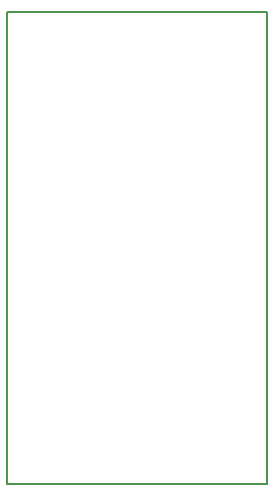
<source format=gm1>
G04*
G04 #@! TF.GenerationSoftware,Altium Limited,Altium Designer,21.6.4 (81)*
G04*
G04 Layer_Color=16711935*
%FSLAX44Y44*%
%MOMM*%
G71*
G04*
G04 #@! TF.SameCoordinates,998CE461-73B7-439C-9EE3-FAF607E45F75*
G04*
G04*
G04 #@! TF.FilePolarity,Positive*
G04*
G01*
G75*
%ADD11C,0.1270*%
D11*
X220000Y0D02*
Y400000D01*
X0Y0D02*
X220000Y0D01*
X0Y400000D02*
X220000Y400000D01*
X0Y0D02*
Y400000D01*
M02*

</source>
